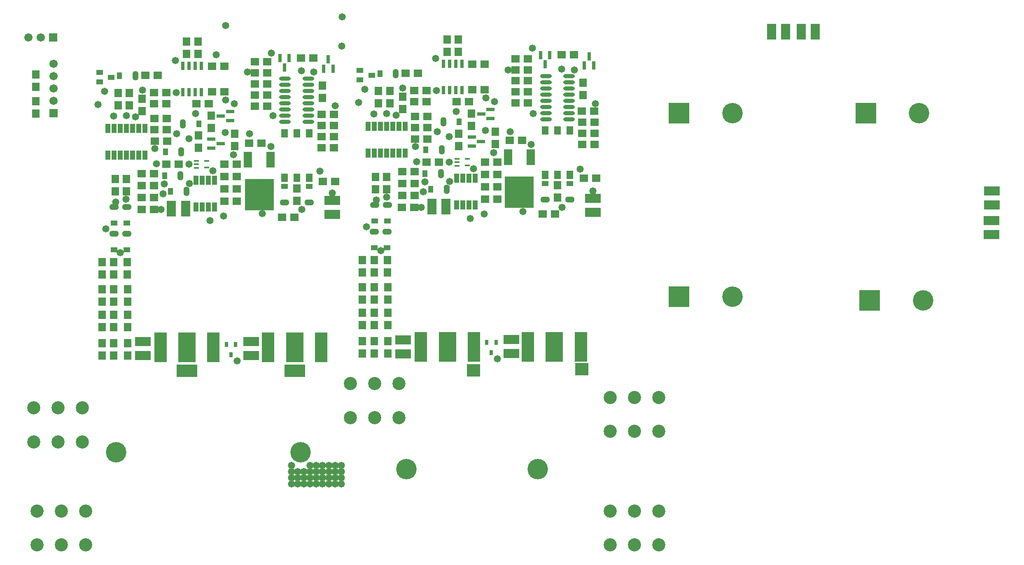
<source format=gts>
G04 Layer_Color=8388736*
%FSLAX25Y25*%
%MOIN*%
G70*
G01*
G75*
G04:AMPARAMS|DCode=26|XSize=39.37mil|YSize=15.75mil|CornerRadius=3.94mil|HoleSize=0mil|Usage=FLASHONLY|Rotation=0.000|XOffset=0mil|YOffset=0mil|HoleType=Round|Shape=RoundedRectangle|*
%AMROUNDEDRECTD26*
21,1,0.03937,0.00787,0,0,0.0*
21,1,0.03150,0.01575,0,0,0.0*
1,1,0.00787,0.01575,-0.00394*
1,1,0.00787,-0.01575,-0.00394*
1,1,0.00787,-0.01575,0.00394*
1,1,0.00787,0.01575,0.00394*
%
%ADD26ROUNDEDRECTD26*%
%ADD54R,0.03950X0.07690*%
%ADD55R,0.07099X0.06300*%
%ADD56R,0.03162X0.06902*%
%ADD57R,0.06300X0.07099*%
G04:AMPARAMS|DCode=58|XSize=43.83mil|YSize=70.99mil|CornerRadius=12.96mil|HoleSize=0mil|Usage=FLASHONLY|Rotation=0.000|XOffset=0mil|YOffset=0mil|HoleType=Round|Shape=RoundedRectangle|*
%AMROUNDEDRECTD58*
21,1,0.04383,0.04508,0,0,0.0*
21,1,0.01791,0.07099,0,0,0.0*
1,1,0.02591,0.00896,-0.02254*
1,1,0.02591,-0.00896,-0.02254*
1,1,0.02591,-0.00896,0.02254*
1,1,0.02591,0.00896,0.02254*
%
%ADD58ROUNDEDRECTD58*%
%ADD59R,0.04383X0.05603*%
G04:AMPARAMS|DCode=60|XSize=43.83mil|YSize=70.99mil|CornerRadius=12.96mil|HoleSize=0mil|Usage=FLASHONLY|Rotation=90.000|XOffset=0mil|YOffset=0mil|HoleType=Round|Shape=RoundedRectangle|*
%AMROUNDEDRECTD60*
21,1,0.04383,0.04508,0,0,90.0*
21,1,0.01791,0.07099,0,0,90.0*
1,1,0.02591,0.02254,0.00896*
1,1,0.02591,0.02254,-0.00896*
1,1,0.02591,-0.02254,-0.00896*
1,1,0.02591,-0.02254,0.00896*
%
%ADD60ROUNDEDRECTD60*%
%ADD61R,0.05603X0.04383*%
%ADD62R,0.12611X0.07296*%
%ADD63R,0.07099X0.12611*%
%ADD64R,0.23635X0.25210*%
%ADD65R,0.06706X0.03162*%
%ADD66R,0.05524X0.03950*%
%ADD67O,0.09461X0.03162*%
%ADD68R,0.05524X0.07099*%
%ADD69R,0.03162X0.06706*%
%ADD70R,0.10209X0.24422*%
%ADD71R,0.14304X0.24422*%
%ADD72R,0.07296X0.12611*%
%ADD73R,0.03162X0.04147*%
%ADD74R,0.16548X0.16548*%
%ADD75C,0.16548*%
%ADD76C,0.10642*%
%ADD77R,0.06706X0.06706*%
%ADD78C,0.06706*%
%ADD79R,0.06706X0.06706*%
%ADD80R,0.10642X0.09855*%
%ADD81R,0.16548X0.09855*%
%ADD82C,0.05800*%
D26*
X1947713Y1182642D02*
D03*
Y1179846D02*
D03*
Y1177012D02*
D03*
X1955980Y1177287D02*
D03*
Y1182405D02*
D03*
X2158539Y1184296D02*
D03*
Y1181501D02*
D03*
Y1178666D02*
D03*
X2166807Y1178942D02*
D03*
Y1184060D02*
D03*
D54*
X1962441Y1166732D02*
D03*
X1957441D02*
D03*
X1952441D02*
D03*
X1947441D02*
D03*
X1962441Y1145276D02*
D03*
X1957441D02*
D03*
X1952441D02*
D03*
X1947441D02*
D03*
X2173268Y1168387D02*
D03*
X2168268D02*
D03*
X2163268D02*
D03*
X2158268D02*
D03*
X2173268Y1146930D02*
D03*
X2168268D02*
D03*
X2163268D02*
D03*
X2158268D02*
D03*
X1875905Y1187323D02*
D03*
X1880906D02*
D03*
X1885905D02*
D03*
X1890906D02*
D03*
X1895905D02*
D03*
X1900905D02*
D03*
X1905906D02*
D03*
X1875905Y1208780D02*
D03*
X1880906D02*
D03*
X1885905D02*
D03*
X1890906D02*
D03*
X1895905D02*
D03*
X1900905D02*
D03*
X1905906D02*
D03*
X2086732Y1188977D02*
D03*
X2091732D02*
D03*
X2096732D02*
D03*
X2101732D02*
D03*
X2106732D02*
D03*
X2111732D02*
D03*
X2116732D02*
D03*
X2086732Y1210434D02*
D03*
X2091732D02*
D03*
X2096732D02*
D03*
X2101732D02*
D03*
X2106732D02*
D03*
X2111732D02*
D03*
X2116732D02*
D03*
D55*
X2181185Y1181611D02*
D03*
X2191185D02*
D03*
X2181194Y1171494D02*
D03*
X2191194D02*
D03*
X2191169Y1161460D02*
D03*
X2181169D02*
D03*
X2191169Y1151420D02*
D03*
X2181169D02*
D03*
X2171076Y1260825D02*
D03*
X2181076D02*
D03*
X2117035Y1253389D02*
D03*
X2127035D02*
D03*
X2114239Y1173743D02*
D03*
X2124239D02*
D03*
Y1164098D02*
D03*
X2114239D02*
D03*
Y1154452D02*
D03*
X2124239D02*
D03*
X2114121Y1144806D02*
D03*
X2124121D02*
D03*
X1980342Y1149766D02*
D03*
X1970342D02*
D03*
X1980342Y1159805D02*
D03*
X1970342D02*
D03*
X1970367Y1169840D02*
D03*
X1980367D02*
D03*
X1923806Y1198506D02*
D03*
X1913806D02*
D03*
X1960249Y1238513D02*
D03*
X1970249D02*
D03*
X1960249Y1259171D02*
D03*
X1970249D02*
D03*
X1923280Y1237990D02*
D03*
X1913280D02*
D03*
X2253449Y1268435D02*
D03*
X2243449D02*
D03*
X2205984Y1247458D02*
D03*
X2215984D02*
D03*
X2269958Y1204789D02*
D03*
X2259958D02*
D03*
X2269958Y1213789D02*
D03*
X2259958D02*
D03*
X2205993Y1229372D02*
D03*
X2215993D02*
D03*
X2205984Y1256289D02*
D03*
X2215984D02*
D03*
X2260011Y1195715D02*
D03*
X2270011D02*
D03*
X2215984Y1238458D02*
D03*
X2205984D02*
D03*
X2269698Y1222872D02*
D03*
X2259698D02*
D03*
X2201347Y1199254D02*
D03*
X2211347D02*
D03*
X2205984Y1265252D02*
D03*
X2215984D02*
D03*
X2227922Y1139491D02*
D03*
X2237922D02*
D03*
X2261190Y1168467D02*
D03*
X2271190D02*
D03*
X1923688Y1207714D02*
D03*
X1913688D02*
D03*
X2134515Y1209369D02*
D03*
X2124515D02*
D03*
X1913280Y1228738D02*
D03*
X1923280D02*
D03*
X2124107Y1230392D02*
D03*
X2134107D02*
D03*
X1913413Y1162443D02*
D03*
X1903413D02*
D03*
X2134633Y1200161D02*
D03*
X2124633D02*
D03*
X2171076Y1240168D02*
D03*
X2181076D02*
D03*
X1947507Y1228743D02*
D03*
X1957507D02*
D03*
X2158334Y1230397D02*
D03*
X2168334D02*
D03*
X1923688Y1216769D02*
D03*
X1913688D02*
D03*
X2134515Y1218424D02*
D03*
X2124515D02*
D03*
X1903413Y1152798D02*
D03*
X1913413D02*
D03*
X2134107Y1239644D02*
D03*
X2124107D02*
D03*
X1903295Y1143152D02*
D03*
X1913294D02*
D03*
X1903413Y1172089D02*
D03*
X1913413D02*
D03*
X1906208Y1251735D02*
D03*
X1916208D02*
D03*
X1923255Y1179805D02*
D03*
X1933255D02*
D03*
X2134082Y1181460D02*
D03*
X2144082D02*
D03*
X2026838Y1136971D02*
D03*
X2016838D02*
D03*
X2060106Y1165947D02*
D03*
X2050105D02*
D03*
X1994900Y1262732D02*
D03*
X2004900D02*
D03*
X2000263Y1196735D02*
D03*
X1990263D02*
D03*
X2004900Y1235939D02*
D03*
X1994900D02*
D03*
X2048927Y1193195D02*
D03*
X2058927D02*
D03*
X1994900Y1253769D02*
D03*
X2004900D02*
D03*
X1994909Y1226853D02*
D03*
X2004909D02*
D03*
X2058873Y1211269D02*
D03*
X2048873D02*
D03*
X2058873Y1202269D02*
D03*
X2048873D02*
D03*
X1994900Y1244939D02*
D03*
X2004900D02*
D03*
X2042365Y1265915D02*
D03*
X2032365D02*
D03*
X2058873Y1220269D02*
D03*
X2048873D02*
D03*
X1970358Y1179957D02*
D03*
X1980358D02*
D03*
D56*
X2157496Y1239867D02*
D03*
X2152496D02*
D03*
X2147496D02*
D03*
X2162496D02*
D03*
X2147496Y1261126D02*
D03*
X2152496D02*
D03*
X2157496D02*
D03*
X2162496D02*
D03*
X1946669Y1238212D02*
D03*
X1941669D02*
D03*
X1936669D02*
D03*
X1951669D02*
D03*
X1936669Y1259472D02*
D03*
X1941669D02*
D03*
X1946669D02*
D03*
X1951669D02*
D03*
D57*
X2159647Y1280988D02*
D03*
Y1270988D02*
D03*
X2150647Y1280988D02*
D03*
Y1270988D02*
D03*
X2095076Y1229240D02*
D03*
Y1239240D02*
D03*
X2104289D02*
D03*
Y1229240D02*
D03*
X2101691Y1159555D02*
D03*
Y1169555D02*
D03*
X2092640Y1159541D02*
D03*
Y1169541D02*
D03*
X2091496Y1036681D02*
D03*
Y1026681D02*
D03*
X2102716Y1036681D02*
D03*
Y1026681D02*
D03*
X2081971Y1036681D02*
D03*
Y1026681D02*
D03*
X2091496Y1059462D02*
D03*
Y1049462D02*
D03*
X2102716D02*
D03*
Y1059462D02*
D03*
X2081971Y1059462D02*
D03*
Y1049462D02*
D03*
X2091496Y1080328D02*
D03*
Y1070328D02*
D03*
X2102716D02*
D03*
Y1080328D02*
D03*
X2081971Y1080328D02*
D03*
Y1070328D02*
D03*
X2091612Y1102180D02*
D03*
Y1092180D02*
D03*
X2102404Y1102180D02*
D03*
Y1092180D02*
D03*
X2081971Y1102180D02*
D03*
Y1092180D02*
D03*
X1949294Y1193038D02*
D03*
Y1203038D02*
D03*
X1959569Y1219068D02*
D03*
Y1209068D02*
D03*
X1891890Y1035026D02*
D03*
Y1025026D02*
D03*
X1871144Y1035026D02*
D03*
Y1025026D02*
D03*
X1880669Y1057808D02*
D03*
Y1047808D02*
D03*
X1891890D02*
D03*
Y1057808D02*
D03*
X1871144Y1057808D02*
D03*
Y1047808D02*
D03*
X1891890Y1068674D02*
D03*
Y1078674D02*
D03*
X1871144Y1078674D02*
D03*
Y1068674D02*
D03*
X1880785Y1100525D02*
D03*
Y1090525D02*
D03*
X1891577Y1100525D02*
D03*
Y1090525D02*
D03*
X1871144Y1100525D02*
D03*
Y1090525D02*
D03*
X1948935Y1279318D02*
D03*
Y1269318D02*
D03*
X1939683Y1279318D02*
D03*
Y1269318D02*
D03*
X1817517Y1252454D02*
D03*
Y1242453D02*
D03*
Y1220775D02*
D03*
Y1230775D02*
D03*
X2260651Y1235893D02*
D03*
Y1245893D02*
D03*
X2239984Y1152857D02*
D03*
Y1162858D02*
D03*
X1881813Y1157887D02*
D03*
Y1167887D02*
D03*
X2160121Y1194692D02*
D03*
Y1204692D02*
D03*
X1893462Y1237586D02*
D03*
Y1227586D02*
D03*
X1903738Y1232783D02*
D03*
Y1222783D02*
D03*
X2114565Y1234437D02*
D03*
Y1224437D02*
D03*
X1890864Y1157901D02*
D03*
Y1167901D02*
D03*
X1978664Y1194501D02*
D03*
Y1204501D02*
D03*
X2189491Y1196155D02*
D03*
Y1206155D02*
D03*
X2170396Y1220722D02*
D03*
Y1210722D02*
D03*
X1884250Y1227586D02*
D03*
Y1237586D02*
D03*
X2028900Y1160338D02*
D03*
Y1150338D02*
D03*
X2049567Y1233373D02*
D03*
Y1243373D02*
D03*
X1880669Y1078674D02*
D03*
Y1068674D02*
D03*
Y1035026D02*
D03*
Y1025026D02*
D03*
D58*
X2109035Y1253229D02*
D03*
X1936752Y1212480D02*
D03*
X2147579Y1214135D02*
D03*
X1939469Y1157756D02*
D03*
X2150295Y1159410D02*
D03*
X1898209Y1251575D02*
D03*
X1934780Y1170504D02*
D03*
X2145606Y1172158D02*
D03*
X1935453Y1189843D02*
D03*
X2146280Y1191497D02*
D03*
D59*
X2096161Y1253229D02*
D03*
X1949626Y1212480D02*
D03*
X2160453Y1214135D02*
D03*
X1926595Y1157756D02*
D03*
X2137421Y1159410D02*
D03*
X1885335Y1251575D02*
D03*
X1921906Y1170504D02*
D03*
X2132732Y1172158D02*
D03*
X1922579Y1189843D02*
D03*
X2133405Y1191497D02*
D03*
D60*
X2102181Y1146706D02*
D03*
X2091811Y1146706D02*
D03*
X2102024Y1125158D02*
D03*
X2091654Y1125158D02*
D03*
X2230024Y1151342D02*
D03*
X2250024D02*
D03*
X1880984Y1145051D02*
D03*
X1891354Y1145051D02*
D03*
X2038939Y1148822D02*
D03*
X2018939D02*
D03*
X1891197Y1123504D02*
D03*
X1880827Y1123504D02*
D03*
D61*
X2102181Y1133832D02*
D03*
X2091811Y1133832D02*
D03*
X2102024Y1112284D02*
D03*
X2091654Y1112284D02*
D03*
X2230024Y1164216D02*
D03*
X2250024D02*
D03*
X1880984Y1132177D02*
D03*
X1891354Y1132177D02*
D03*
X2038939Y1161696D02*
D03*
X2018939D02*
D03*
X1891197Y1110630D02*
D03*
X1880827Y1110630D02*
D03*
D62*
X2115000Y1037521D02*
D03*
Y1026103D02*
D03*
X2057756Y1150679D02*
D03*
Y1139261D02*
D03*
X1904173Y1036299D02*
D03*
Y1024882D02*
D03*
X2268583Y1152333D02*
D03*
Y1140916D02*
D03*
X1991850Y1036299D02*
D03*
Y1024882D02*
D03*
X2202677Y1037953D02*
D03*
Y1026536D02*
D03*
X2591732Y1146850D02*
D03*
Y1158268D02*
D03*
X2591299Y1122874D02*
D03*
Y1134291D02*
D03*
D63*
X2007561Y1183661D02*
D03*
X1989451D02*
D03*
X2218188Y1185678D02*
D03*
X2200078D02*
D03*
D64*
X1998506Y1155315D02*
D03*
X2209133Y1157332D02*
D03*
D65*
X1959724Y1200315D02*
D03*
Y1192835D02*
D03*
X1967205Y1196575D02*
D03*
X1974803Y1215197D02*
D03*
Y1222677D02*
D03*
X1967323Y1218937D02*
D03*
X2185630Y1216851D02*
D03*
Y1224331D02*
D03*
X2178150Y1220591D02*
D03*
X2170551Y1201969D02*
D03*
Y1194489D02*
D03*
X2178032Y1198229D02*
D03*
D66*
X1878701Y1250354D02*
D03*
X1869252Y1246614D02*
D03*
Y1254095D02*
D03*
X2089528Y1252009D02*
D03*
X2080079Y1248269D02*
D03*
Y1255749D02*
D03*
D67*
X2249370Y1216043D02*
D03*
Y1221043D02*
D03*
Y1226043D02*
D03*
Y1231043D02*
D03*
Y1236043D02*
D03*
Y1241043D02*
D03*
Y1246043D02*
D03*
Y1251043D02*
D03*
X2230473Y1216043D02*
D03*
Y1221043D02*
D03*
Y1226043D02*
D03*
Y1231043D02*
D03*
Y1236043D02*
D03*
Y1241043D02*
D03*
Y1246043D02*
D03*
Y1251043D02*
D03*
X2038298Y1214232D02*
D03*
Y1219232D02*
D03*
Y1224232D02*
D03*
Y1229232D02*
D03*
Y1234232D02*
D03*
Y1239232D02*
D03*
Y1244232D02*
D03*
Y1249232D02*
D03*
X2019400Y1214232D02*
D03*
Y1219232D02*
D03*
Y1224232D02*
D03*
Y1229232D02*
D03*
Y1234232D02*
D03*
Y1239232D02*
D03*
Y1244232D02*
D03*
Y1249232D02*
D03*
D68*
X2229984Y1171260D02*
D03*
X2239984D02*
D03*
X2249984D02*
D03*
X2229984Y1207244D02*
D03*
X2239984D02*
D03*
X2249984D02*
D03*
X2038900Y1204724D02*
D03*
X2028900D02*
D03*
X2018900D02*
D03*
X2038900Y1168740D02*
D03*
X2028900D02*
D03*
X2018900D02*
D03*
D69*
X2265484Y1267252D02*
D03*
X2269224Y1259772D02*
D03*
X2261744D02*
D03*
X2229984Y1260752D02*
D03*
X2226244Y1268232D02*
D03*
X2233724D02*
D03*
X2050660Y1257252D02*
D03*
X2058140D02*
D03*
X2054400Y1264732D02*
D03*
X2022640Y1265713D02*
D03*
X2015160D02*
D03*
X2018900Y1258232D02*
D03*
D70*
X2048740Y1031457D02*
D03*
X2005748D02*
D03*
X1961465D02*
D03*
X1918472D02*
D03*
X2172323Y1031772D02*
D03*
X2129331D02*
D03*
X2258898D02*
D03*
X2215906D02*
D03*
D71*
X2027244Y1031457D02*
D03*
X1939968D02*
D03*
X2150827Y1031772D02*
D03*
X2237402D02*
D03*
D72*
X1938811Y1143713D02*
D03*
X1927394D02*
D03*
X2149638Y1145367D02*
D03*
X2138220D02*
D03*
X2424764Y1287284D02*
D03*
X2413346D02*
D03*
X2448583D02*
D03*
X2437165D02*
D03*
D73*
X1979370Y1033957D02*
D03*
X1971890D02*
D03*
X1975630Y1025492D02*
D03*
X2190197Y1035611D02*
D03*
X2182717D02*
D03*
X2186457Y1027146D02*
D03*
D74*
X2338465Y1072638D02*
D03*
Y1221142D02*
D03*
X2489488Y1221063D02*
D03*
X2492756Y1069606D02*
D03*
D75*
X2381772Y1072638D02*
D03*
X2117756Y932874D02*
D03*
X2224055D02*
D03*
X2381772Y1221142D02*
D03*
X2532795Y1221063D02*
D03*
X2536063Y1069606D02*
D03*
X2032126Y946417D02*
D03*
X1882520D02*
D03*
D76*
X2322126Y871417D02*
D03*
X2302441D02*
D03*
X2282756D02*
D03*
X2322126Y898976D02*
D03*
X2302441D02*
D03*
X2282756D02*
D03*
X2321850Y963425D02*
D03*
X2302165D02*
D03*
X2282480D02*
D03*
X2321850Y990984D02*
D03*
X2302165D02*
D03*
X2282480D02*
D03*
X1816024Y982441D02*
D03*
X1835709D02*
D03*
X1855394D02*
D03*
X1816024Y954882D02*
D03*
X1835709D02*
D03*
X1855394D02*
D03*
X1818543Y898976D02*
D03*
X1838228D02*
D03*
X1857913D02*
D03*
X1818543Y871417D02*
D03*
X1838228D02*
D03*
X1857913D02*
D03*
X2072284Y1002165D02*
D03*
X2091969D02*
D03*
X2111654D02*
D03*
X2072284Y974606D02*
D03*
X2091969D02*
D03*
X2111654D02*
D03*
D77*
X1831732Y1282441D02*
D03*
D78*
X1821732D02*
D03*
X1811732D02*
D03*
X1832126Y1261102D02*
D03*
Y1251102D02*
D03*
Y1241102D02*
D03*
Y1231102D02*
D03*
D79*
Y1221102D02*
D03*
D80*
X2171929Y1012756D02*
D03*
X2259567Y1013937D02*
D03*
D81*
X1939992Y1012484D02*
D03*
X2027271D02*
D03*
D82*
X1886063Y1108268D02*
D03*
X2258465Y1175709D02*
D03*
X2268504Y1158150D02*
D03*
X2191457Y1022284D02*
D03*
X2243740Y1144843D02*
D03*
X2270672Y1228938D02*
D03*
X2253504Y1256064D02*
D03*
X2199882Y1256103D02*
D03*
X2189016Y1230434D02*
D03*
X2218740Y1195749D02*
D03*
X2109173Y1219686D02*
D03*
X2142480Y1206221D02*
D03*
X2188386Y1189213D02*
D03*
X2220428Y1220887D02*
D03*
X2211850Y1141654D02*
D03*
X2243454Y1257024D02*
D03*
X2201614Y1206143D02*
D03*
X2152441Y1202166D02*
D03*
X2132520Y1165473D02*
D03*
X2182008Y1233465D02*
D03*
X2142008Y1239528D02*
D03*
X2141299Y1265434D02*
D03*
X2101535Y1153032D02*
D03*
X2181772Y1207048D02*
D03*
X2157835Y1222442D02*
D03*
X2114724Y1241418D02*
D03*
X2152716Y1165985D02*
D03*
X2078858Y1229922D02*
D03*
X2096890Y1109922D02*
D03*
X2180508Y1139369D02*
D03*
X2171807Y1176140D02*
D03*
X2131339Y1157599D02*
D03*
X2093268Y1150906D02*
D03*
X2152362Y1181536D02*
D03*
X2125984Y1181930D02*
D03*
X2169449Y1135867D02*
D03*
X2129685Y1144804D02*
D03*
X2085236Y1129213D02*
D03*
X2124921Y1194135D02*
D03*
X2091339Y1220434D02*
D03*
X2101732Y1220709D02*
D03*
X2084094Y1240513D02*
D03*
X1890906Y1219055D02*
D03*
X1868032Y1228268D02*
D03*
X1873268Y1238858D02*
D03*
X1958622Y1134213D02*
D03*
X1969681Y1137714D02*
D03*
X1930473Y1263780D02*
D03*
X1947008Y1220787D02*
D03*
X1941890Y1164331D02*
D03*
X1903898Y1239764D02*
D03*
X1989055Y1254449D02*
D03*
X1970945Y1205394D02*
D03*
X2009601Y1219232D02*
D03*
X2032628Y1255369D02*
D03*
X1931181Y1237874D02*
D03*
X1880512Y1218779D02*
D03*
X1882441Y1149252D02*
D03*
X2008152Y1270000D02*
D03*
X2059845Y1227283D02*
D03*
X2042677Y1254409D02*
D03*
X1918858Y1143150D02*
D03*
X1874409Y1127559D02*
D03*
X1890709Y1151378D02*
D03*
X1941536Y1179882D02*
D03*
X2057677Y1156496D02*
D03*
X1980630Y1020630D02*
D03*
X2032913Y1143189D02*
D03*
X1920512Y1155945D02*
D03*
X1921693Y1163819D02*
D03*
X1971181Y1231811D02*
D03*
X1978189Y1228780D02*
D03*
X1990787Y1204488D02*
D03*
X1977559Y1187559D02*
D03*
X2007913Y1194094D02*
D03*
X1898347Y1218032D02*
D03*
X1914095Y1192480D02*
D03*
X1915158Y1180276D02*
D03*
X1960980Y1174486D02*
D03*
X2001024Y1140000D02*
D03*
X1931654Y1204567D02*
D03*
X1941614Y1200512D02*
D03*
X2219646Y1273779D02*
D03*
X2047638Y1174055D02*
D03*
X1971378Y1292087D02*
D03*
X1963543Y1268465D02*
D03*
X2065472Y1299213D02*
D03*
X2065236Y1275433D02*
D03*
X2024567Y920827D02*
D03*
Y925866D02*
D03*
Y930906D02*
D03*
Y935945D02*
D03*
X2029606Y920827D02*
D03*
Y925866D02*
D03*
Y930906D02*
D03*
X2034646Y920827D02*
D03*
Y925866D02*
D03*
Y930906D02*
D03*
X2039685Y920827D02*
D03*
Y925866D02*
D03*
Y930906D02*
D03*
Y935945D02*
D03*
X2044724Y920827D02*
D03*
Y925866D02*
D03*
Y930906D02*
D03*
Y935945D02*
D03*
X2049764Y920827D02*
D03*
Y925866D02*
D03*
Y930906D02*
D03*
Y935945D02*
D03*
X2054803Y920827D02*
D03*
Y925866D02*
D03*
Y930906D02*
D03*
Y935945D02*
D03*
X2059842Y920827D02*
D03*
Y925866D02*
D03*
Y930906D02*
D03*
Y935945D02*
D03*
X2064882Y920827D02*
D03*
Y925866D02*
D03*
Y930906D02*
D03*
Y935945D02*
D03*
M02*

</source>
